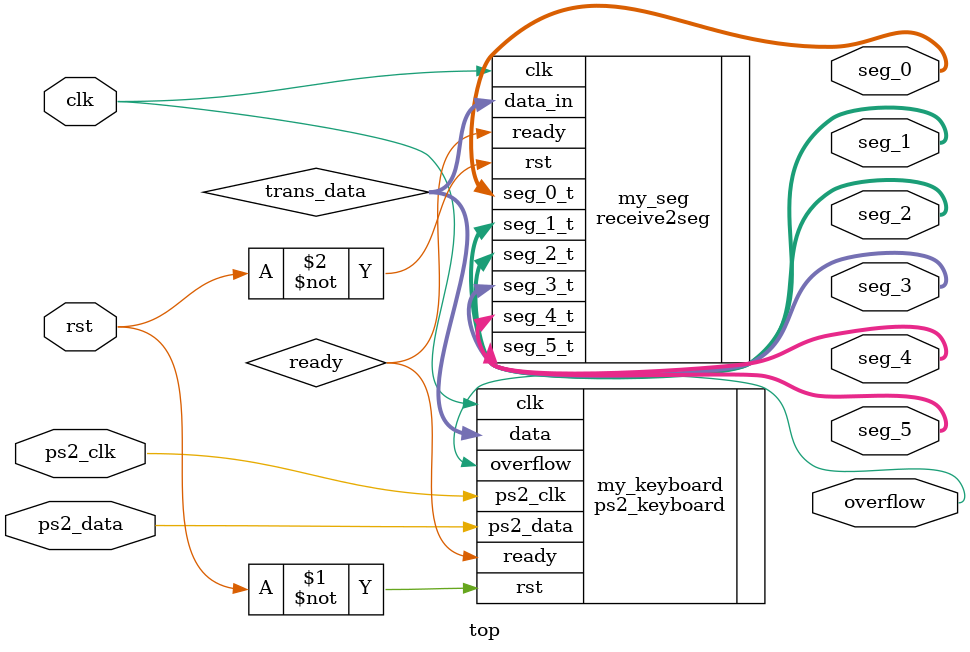
<source format=v>
module top(
	input clk,
	input rst,
	input ps2_clk,
	input ps2_data,

	output reg overflow,
	output reg [7:0] seg_0,
  output reg [7:0] seg_1,
  output reg [7:0] seg_2,
  output reg [7:0] seg_3,
	output reg [7:0] seg_4,
	output reg [7:0] seg_5
);

	wire [7:0] trans_data;
	wire ready;


ps2_keyboard my_keyboard(
    .clk(clk),
    .rst(~rst),
    .ps2_clk(ps2_clk),
    .ps2_data(ps2_data),
		.overflow(overflow),
		.data(trans_data),
		.ready(ready)
);

receive2seg my_seg(
	.data_in(trans_data),
  .ready(ready),
  .seg_0_t(seg_0),
  .seg_1_t(seg_1),
  .seg_2_t(seg_2),
  .seg_3_t(seg_3),
	.seg_4_t(seg_4),
	.seg_5_t(seg_5),
	.rst(~rst),
  .clk(clk)
);
endmodule

</source>
